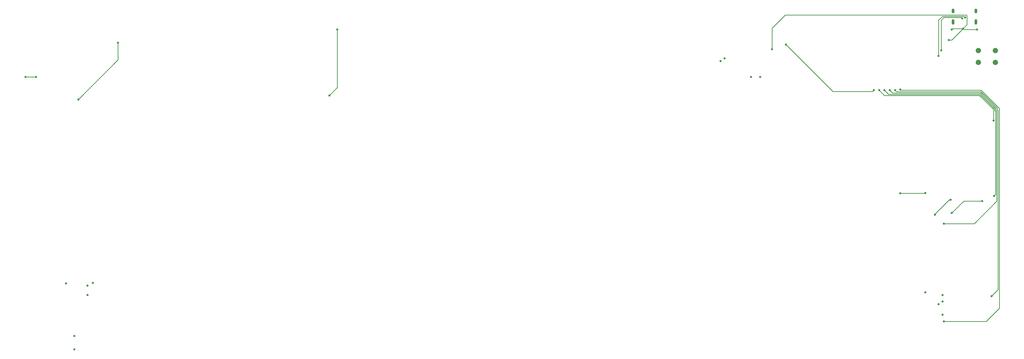
<source format=gbr>
%TF.GenerationSoftware,KiCad,Pcbnew,8.0.5*%
%TF.CreationDate,2024-11-10T22:51:29+11:00*%
%TF.ProjectId,keyboard,6b657962-6f61-4726-942e-6b696361645f,rev?*%
%TF.SameCoordinates,Original*%
%TF.FileFunction,Copper,L2,Inr*%
%TF.FilePolarity,Positive*%
%FSLAX46Y46*%
G04 Gerber Fmt 4.6, Leading zero omitted, Abs format (unit mm)*
G04 Created by KiCad (PCBNEW 8.0.5) date 2024-11-10 22:51:29*
%MOMM*%
%LPD*%
G01*
G04 APERTURE LIST*
%TA.AperFunction,ComponentPad*%
%ADD10C,2.000000*%
%TD*%
%TA.AperFunction,ComponentPad*%
%ADD11O,1.000000X1.800000*%
%TD*%
%TA.AperFunction,ComponentPad*%
%ADD12O,1.000000X2.100000*%
%TD*%
%TA.AperFunction,ViaPad*%
%ADD13C,0.800000*%
%TD*%
%TA.AperFunction,Conductor*%
%ADD14C,0.250000*%
%TD*%
G04 APERTURE END LIST*
D10*
%TO.N,GND*%
%TO.C,SW1*%
X391500000Y-36500000D03*
X385000000Y-36500000D03*
%TO.N,Net-(U1-BOOTSEL)*%
X391500000Y-41000000D03*
X385000000Y-41000000D03*
%TD*%
D11*
%TO.N,unconnected-(J1-SHIELD-PadS1)_3*%
%TO.C,J1*%
X375500000Y-21500000D03*
D12*
%TO.N,unconnected-(J1-SHIELD-PadS1)_1*%
X375500000Y-25700000D03*
D11*
%TO.N,unconnected-(J1-SHIELD-PadS1)_2*%
X384140000Y-21500000D03*
D12*
%TO.N,unconnected-(J1-SHIELD-PadS1)*%
X384140000Y-25700000D03*
%TD*%
D13*
%TO.N,LED_PWR*%
X287500000Y-40500000D03*
X289000000Y-39500000D03*
%TO.N,LED_GND*%
X43000000Y-149615000D03*
X43000000Y-144500000D03*
%TO.N,LED_PWR*%
X371500000Y-136500000D03*
%TO.N,LED_GND*%
X370000000Y-132500000D03*
%TO.N,LED_PWR*%
X371500000Y-131500000D03*
X371500000Y-129000000D03*
%TO.N,LED_GND*%
X365000000Y-128000000D03*
%TO.N,LED_PWR*%
X39875000Y-124625000D03*
X50000000Y-124500000D03*
%TO.N,LED_GND*%
X47999983Y-128999983D03*
X48000000Y-125500000D03*
%TO.N,LED_PWR*%
X368610000Y-98610000D03*
X374500000Y-93000000D03*
%TO.N,LED_GND*%
X355500000Y-90500000D03*
X365000000Y-90390000D03*
X375000000Y-98000000D03*
X386500000Y-93500000D03*
X28500000Y-46500000D03*
X24500000Y-46500000D03*
X299000000Y-46500000D03*
X302500000Y-46500000D03*
%TO.N,col1*%
X59500000Y-33500000D03*
X44500000Y-55000000D03*
%TO.N,col6*%
X142500000Y-28500000D03*
X139500000Y-53500000D03*
%TO.N,row0*%
X312249991Y-34249991D03*
X345500000Y-51500000D03*
%TO.N,row1*%
X390775000Y-63000000D03*
X347500000Y-51500000D03*
%TO.N,row2*%
X391000000Y-91500000D03*
X349500000Y-51500000D03*
%TO.N,row3*%
X351500000Y-51500000D03*
X372000000Y-102000000D03*
%TO.N,row4*%
X353500000Y-51500000D03*
X390000000Y-129500000D03*
%TO.N,row5*%
X372000000Y-139000000D03*
X355500000Y-51225000D03*
%TO.N,+5V *%
X375000000Y-28500000D03*
X373900000Y-32500000D03*
X384500000Y-28500000D03*
X379250035Y-28180510D03*
X307000000Y-35999996D03*
%TO.N,Net-(U1-USB_D+)*%
X370000000Y-38500000D03*
X380000000Y-24000000D03*
%TO.N,Net-(U1-USB_D-)*%
X370951987Y-36451997D03*
X378951992Y-24325000D03*
%TD*%
D14*
%TO.N,LED_PWR*%
X374500000Y-93000000D02*
X374000000Y-93000000D01*
X374000000Y-93000000D02*
X368610000Y-98390000D01*
X368610000Y-98390000D02*
X368610000Y-98610000D01*
%TO.N,LED_GND*%
X355500000Y-90500000D02*
X364890000Y-90500000D01*
X364890000Y-90500000D02*
X365000000Y-90390000D01*
X386500000Y-93500000D02*
X379500000Y-93500000D01*
X379500000Y-93500000D02*
X375000000Y-98000000D01*
X28500000Y-46500000D02*
X24500000Y-46500000D01*
%TO.N,col1*%
X59500000Y-40000000D02*
X44500000Y-55000000D01*
X59500000Y-33500000D02*
X59500000Y-40000000D01*
%TO.N,col6*%
X142500000Y-50500000D02*
X139500000Y-53500000D01*
X142500000Y-28500000D02*
X142500000Y-50500000D01*
%TO.N,row0*%
X330000000Y-52000000D02*
X312249991Y-34249991D01*
X345000000Y-52000000D02*
X330000000Y-52000000D01*
X345500000Y-51500000D02*
X345000000Y-52000000D01*
%TO.N,row1*%
X349500000Y-53500000D02*
X385500000Y-53500000D01*
X390775000Y-58775000D02*
X390775000Y-63000000D01*
X385500000Y-53500000D02*
X390775000Y-58775000D01*
X347500000Y-51500000D02*
X349500000Y-53500000D01*
%TO.N,row2*%
X391225000Y-58588604D02*
X391225000Y-59225000D01*
X351050000Y-53050000D02*
X385686396Y-53050000D01*
X391550000Y-90950000D02*
X391000000Y-91500000D01*
X391550000Y-59550000D02*
X391550000Y-90950000D01*
X349500000Y-51500000D02*
X351050000Y-53050000D01*
X385686396Y-53050000D02*
X391225000Y-58588604D01*
X391225000Y-59225000D02*
X391550000Y-59550000D01*
%TO.N,row3*%
X391675000Y-58402208D02*
X391675000Y-59038604D01*
X391675000Y-59038604D02*
X392000000Y-59363604D01*
X385872792Y-52600000D02*
X391675000Y-58402208D01*
X392000000Y-93500000D02*
X383500000Y-102000000D01*
X352600000Y-52600000D02*
X385872792Y-52600000D01*
X383500000Y-102000000D02*
X372000000Y-102000000D01*
X351500000Y-51500000D02*
X352600000Y-52600000D01*
X392000000Y-59363604D02*
X392000000Y-93500000D01*
%TO.N,row4*%
X353500000Y-51500000D02*
X354050000Y-52050000D01*
X354050000Y-52050000D02*
X385959188Y-52050000D01*
X385959188Y-52050000D02*
X392125000Y-58215812D01*
X392500000Y-59227208D02*
X392500000Y-127000000D01*
X392500000Y-127000000D02*
X390000000Y-129500000D01*
X392125000Y-58852208D02*
X392500000Y-59227208D01*
X392125000Y-58215812D02*
X392125000Y-58852208D01*
%TO.N,row5*%
X388000000Y-139000000D02*
X372000000Y-139000000D01*
X393000000Y-58454416D02*
X393000000Y-134000000D01*
X386045584Y-51500000D02*
X393000000Y-58454416D01*
X393000000Y-134000000D02*
X388000000Y-139000000D01*
X355775000Y-51500000D02*
X386045584Y-51500000D01*
X355500000Y-51225000D02*
X355775000Y-51500000D01*
%TO.N,+5V *%
X380725000Y-23225000D02*
X380500000Y-23000000D01*
X307000000Y-28000000D02*
X307000000Y-35999996D01*
X379569525Y-28500000D02*
X384500000Y-28500000D01*
X374930545Y-32500000D02*
X379250035Y-28180510D01*
X380500000Y-23000000D02*
X312000000Y-23000000D01*
X379250035Y-28180510D02*
X379569525Y-28500000D01*
X312000000Y-23000000D02*
X307000000Y-28000000D01*
X379250035Y-28180510D02*
X380725000Y-26705545D01*
X373900000Y-32500000D02*
X374930545Y-32500000D01*
X375319490Y-28180510D02*
X375000000Y-28500000D01*
X379250035Y-28180510D02*
X375319490Y-28180510D01*
X380725000Y-26705545D02*
X380725000Y-23225000D01*
%TO.N,Net-(U1-USB_D+)*%
X371450000Y-23550000D02*
X370000000Y-25000000D01*
X380000000Y-24000000D02*
X379550000Y-23550000D01*
X370000000Y-25000000D02*
X370000000Y-38500000D01*
X379550000Y-23550000D02*
X371450000Y-23550000D01*
%TO.N,Net-(U1-USB_D-)*%
X372000000Y-24000000D02*
X378626992Y-24000000D01*
X378626992Y-24000000D02*
X378951992Y-24325000D01*
X370951987Y-36451997D02*
X370951987Y-25048013D01*
X370951987Y-25048013D02*
X372000000Y-24000000D01*
%TD*%
M02*

</source>
